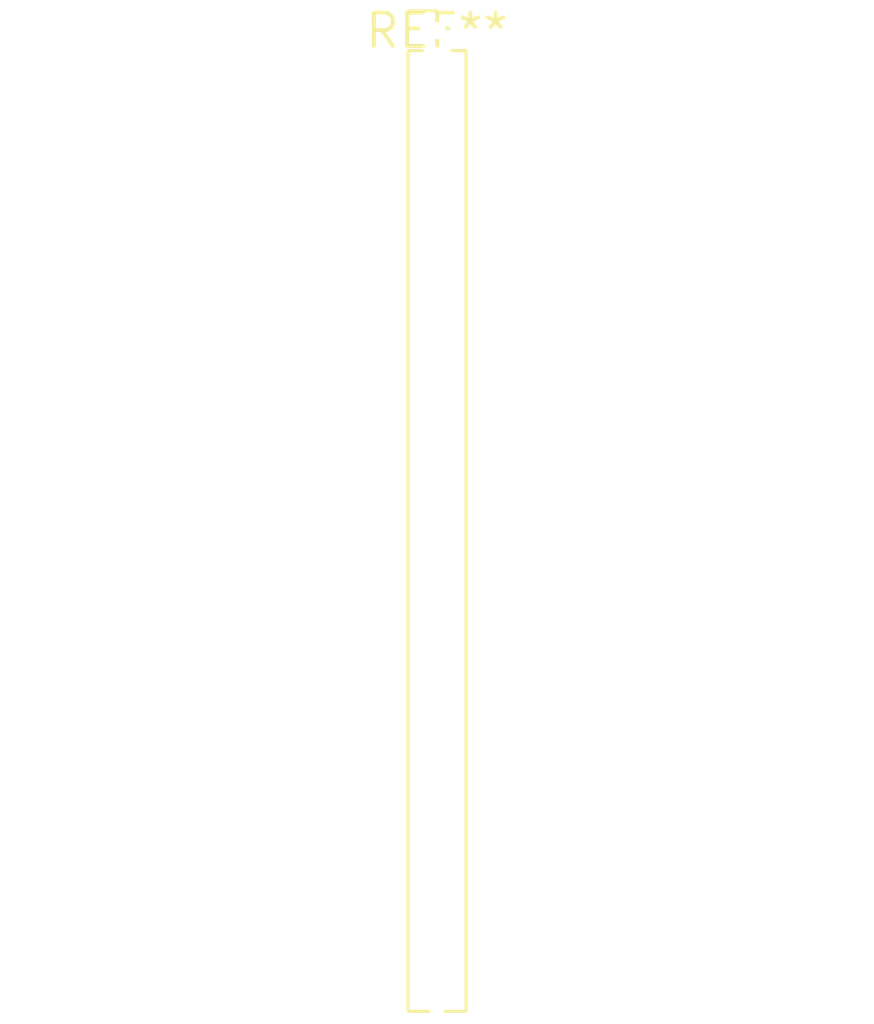
<source format=kicad_pcb>
(kicad_pcb (version 20240108) (generator pcbnew)
  (layers (0 "F.Cu" signal) (31 "B.Cu" signal) (34 "B.Paste" user) (35 "F.Paste" user) (36 "B.SilkS" user "B.Silkscreen") (37 "F.SilkS" user "F.Silkscreen") (38 "B.Mask" user) (39 "F.Mask" user) (44 "Edge.Cuts" user))
  (net 0 "")
  (footprint "PinHeader_1x30_P1.27mm_Vertical" (layer "F.Cu") (at 0 0)
    (property "Reference" "REF**")
    (property "Value" "PinHeader_1x30_P1.27mm_Vertical")
    (fp_line (start -1.11 -0.76) (end 0 -0.76) (layer "F.SilkS") (stroke (width 0.12)))
    (fp_line (start -1.11 0) (end -1.11 -0.76) (layer "F.SilkS") (stroke (width 0.12)))
    (fp_line (start -1.11 0.76) (end -1.11 37.525) (layer "F.SilkS") (stroke (width 0.12)))
    (fp_line (start -1.11 0.76) (end -0.563471 0.76) (layer "F.SilkS") (stroke (width 0.12)))
    (fp_line (start -1.11 37.525) (end -0.30753 37.525) (layer "F.SilkS") (stroke (width 0.12)))
    (fp_line (start 0.30753 37.525) (end 1.11 37.525) (layer "F.SilkS") (stroke (width 0.12)))
    (fp_line (start 0.563471 0.76) (end 1.11 0.76) (layer "F.SilkS") (stroke (width 0.12)))
    (fp_line (start 1.11 0.76) (end 1.11 37.525) (layer "F.SilkS") (stroke (width 0.12)))
    (pad "1" thru_hole rect (at 0 0) (size 1 1) (drill 0.65) (layers *.Cu *.Mask) (remove_unused_layers))
    (pad "2" thru_hole oval (at 0 1.27) (size 1 1) (drill 0.65) (layers *.Cu *.Mask) (remove_unused_layers))
    (pad "3" thru_hole oval (at 0 2.54) (size 1 1) (drill 0.65) (layers *.Cu *.Mask) (remove_unused_layers))
    (pad "4" thru_hole oval (at 0 3.81) (size 1 1) (drill 0.65) (layers *.Cu *.Mask) (remove_unused_layers))
    (pad "5" thru_hole oval (at 0 5.08) (size 1 1) (drill 0.65) (layers *.Cu *.Mask) (remove_unused_layers))
    (pad "6" thru_hole oval (at 0 6.35) (size 1 1) (drill 0.65) (layers *.Cu *.Mask) (remove_unused_layers))
    (pad "7" thru_hole oval (at 0 7.62) (size 1 1) (drill 0.65) (layers *.Cu *.Mask) (remove_unused_layers))
    (pad "8" thru_hole oval (at 0 8.89) (size 1 1) (drill 0.65) (layers *.Cu *.Mask) (remove_unused_layers))
    (pad "9" thru_hole oval (at 0 10.16) (size 1 1) (drill 0.65) (layers *.Cu *.Mask) (remove_unused_layers))
    (pad "10" thru_hole oval (at 0 11.43) (size 1 1) (drill 0.65) (layers *.Cu *.Mask) (remove_unused_layers))
    (pad "11" thru_hole oval (at 0 12.7) (size 1 1) (drill 0.65) (layers *.Cu *.Mask) (remove_unused_layers))
    (pad "12" thru_hole oval (at 0 13.97) (size 1 1) (drill 0.65) (layers *.Cu *.Mask) (remove_unused_layers))
    (pad "13" thru_hole oval (at 0 15.24) (size 1 1) (drill 0.65) (layers *.Cu *.Mask) (remove_unused_layers))
    (pad "14" thru_hole oval (at 0 16.51) (size 1 1) (drill 0.65) (layers *.Cu *.Mask) (remove_unused_layers))
    (pad "15" thru_hole oval (at 0 17.78) (size 1 1) (drill 0.65) (layers *.Cu *.Mask) (remove_unused_layers))
    (pad "16" thru_hole oval (at 0 19.05) (size 1 1) (drill 0.65) (layers *.Cu *.Mask) (remove_unused_layers))
    (pad "17" thru_hole oval (at 0 20.32) (size 1 1) (drill 0.65) (layers *.Cu *.Mask) (remove_unused_layers))
    (pad "18" thru_hole oval (at 0 21.59) (size 1 1) (drill 0.65) (layers *.Cu *.Mask) (remove_unused_layers))
    (pad "19" thru_hole oval (at 0 22.86) (size 1 1) (drill 0.65) (layers *.Cu *.Mask) (remove_unused_layers))
    (pad "20" thru_hole oval (at 0 24.13) (size 1 1) (drill 0.65) (layers *.Cu *.Mask) (remove_unused_layers))
    (pad "21" thru_hole oval (at 0 25.4) (size 1 1) (drill 0.65) (layers *.Cu *.Mask) (remove_unused_layers))
    (pad "22" thru_hole oval (at 0 26.67) (size 1 1) (drill 0.65) (layers *.Cu *.Mask) (remove_unused_layers))
    (pad "23" thru_hole oval (at 0 27.94) (size 1 1) (drill 0.65) (layers *.Cu *.Mask) (remove_unused_layers))
    (pad "24" thru_hole oval (at 0 29.21) (size 1 1) (drill 0.65) (layers *.Cu *.Mask) (remove_unused_layers))
    (pad "25" thru_hole oval (at 0 30.48) (size 1 1) (drill 0.65) (layers *.Cu *.Mask) (remove_unused_layers))
    (pad "26" thru_hole oval (at 0 31.75) (size 1 1) (drill 0.65) (layers *.Cu *.Mask) (remove_unused_layers))
    (pad "27" thru_hole oval (at 0 33.02) (size 1 1) (drill 0.65) (layers *.Cu *.Mask) (remove_unused_layers))
    (pad "28" thru_hole oval (at 0 34.29) (size 1 1) (drill 0.65) (layers *.Cu *.Mask) (remove_unused_layers))
    (pad "29" thru_hole oval (at 0 35.56) (size 1 1) (drill 0.65) (layers *.Cu *.Mask) (remove_unused_layers))
    (pad "30" thru_hole oval (at 0 36.83) (size 1 1) (drill 0.65) (layers *.Cu *.Mask) (remove_unused_layers))
  )
)
</source>
